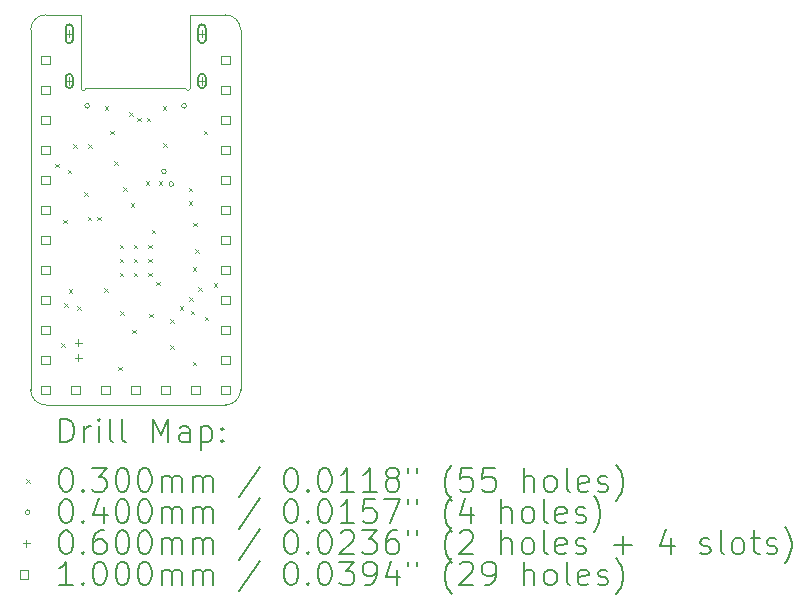
<source format=gbr>
%TF.GenerationSoftware,KiCad,Pcbnew,(6.0.8)*%
%TF.CreationDate,2022-11-23T03:17:44-08:00*%
%TF.ProjectId,0xB2,30784232-2e6b-4696-9361-645f70636258,2*%
%TF.SameCoordinates,Original*%
%TF.FileFunction,Drillmap*%
%TF.FilePolarity,Positive*%
%FSLAX45Y45*%
G04 Gerber Fmt 4.5, Leading zero omitted, Abs format (unit mm)*
G04 Created by KiCad (PCBNEW (6.0.8)) date 2022-11-23 03:17:44*
%MOMM*%
%LPD*%
G01*
G04 APERTURE LIST*
%ADD10C,0.100000*%
%ADD11C,0.200000*%
%ADD12C,0.030000*%
%ADD13C,0.040000*%
%ADD14C,0.060000*%
G04 APERTURE END LIST*
D10*
X14351000Y-10795000D02*
X14351000Y-7747000D01*
X15702000Y-8240000D02*
X15702000Y-7620000D01*
X16002000Y-10922000D02*
G75*
G03*
X16129000Y-10795000I0J127000D01*
G01*
X14778000Y-7620000D02*
X14778000Y-8240000D01*
X14351000Y-10795000D02*
G75*
G03*
X14478000Y-10922000I127000J0D01*
G01*
X15662000Y-8240000D02*
X14818000Y-8240000D01*
X14778000Y-8240000D02*
G75*
G03*
X14818000Y-8240000I20000J0D01*
G01*
X16129000Y-7747000D02*
X16129000Y-10795000D01*
X16002000Y-10922000D02*
X14478000Y-10922000D01*
X14478000Y-7620000D02*
X14778000Y-7620000D01*
X15702000Y-7620000D02*
X16002000Y-7620000D01*
X16129000Y-7747000D02*
G75*
G03*
X16002000Y-7620000I-127000J0D01*
G01*
X14478000Y-7620000D02*
G75*
G03*
X14351000Y-7747000I0J-127000D01*
G01*
X15662000Y-8240000D02*
G75*
G03*
X15702000Y-8240000I20000J0D01*
G01*
D11*
D12*
X14560000Y-8880000D02*
X14590000Y-8910000D01*
X14590000Y-8880000D02*
X14560000Y-8910000D01*
X14610000Y-10400000D02*
X14640000Y-10430000D01*
X14640000Y-10400000D02*
X14610000Y-10430000D01*
X14628950Y-9355000D02*
X14658950Y-9385000D01*
X14658950Y-9355000D02*
X14628950Y-9385000D01*
X14635000Y-10060000D02*
X14665000Y-10090000D01*
X14665000Y-10060000D02*
X14635000Y-10090000D01*
X14664632Y-8930000D02*
X14694632Y-8960000D01*
X14694632Y-8930000D02*
X14664632Y-8960000D01*
X14675000Y-9945000D02*
X14705000Y-9975000D01*
X14705000Y-9945000D02*
X14675000Y-9975000D01*
X14710000Y-8715000D02*
X14740000Y-8745000D01*
X14740000Y-8715000D02*
X14710000Y-8745000D01*
X14745000Y-10085000D02*
X14775000Y-10115000D01*
X14775000Y-10085000D02*
X14745000Y-10115000D01*
X14805000Y-9120000D02*
X14835000Y-9150000D01*
X14835000Y-9120000D02*
X14805000Y-9150000D01*
X14835000Y-9330000D02*
X14865000Y-9360000D01*
X14865000Y-9330000D02*
X14835000Y-9360000D01*
X14840000Y-8715000D02*
X14870000Y-8745000D01*
X14870000Y-8715000D02*
X14840000Y-8745000D01*
X14915000Y-9330000D02*
X14945000Y-9360000D01*
X14945000Y-9330000D02*
X14915000Y-9360000D01*
X14975000Y-9935000D02*
X15005000Y-9965000D01*
X15005000Y-9935000D02*
X14975000Y-9965000D01*
X14980000Y-8395000D02*
X15010000Y-8425000D01*
X15010000Y-8395000D02*
X14980000Y-8425000D01*
X15025000Y-8600000D02*
X15055000Y-8630000D01*
X15055000Y-8600000D02*
X15025000Y-8630000D01*
X15058000Y-8860000D02*
X15088000Y-8890000D01*
X15088000Y-8860000D02*
X15058000Y-8890000D01*
X15095000Y-10600000D02*
X15125000Y-10630000D01*
X15125000Y-10600000D02*
X15095000Y-10630000D01*
X15105000Y-9565000D02*
X15135000Y-9595000D01*
X15135000Y-9565000D02*
X15105000Y-9595000D01*
X15105000Y-9685000D02*
X15135000Y-9715000D01*
X15135000Y-9685000D02*
X15105000Y-9715000D01*
X15105000Y-9805000D02*
X15135000Y-9835000D01*
X15135000Y-9805000D02*
X15105000Y-9835000D01*
X15110000Y-10130000D02*
X15140000Y-10160000D01*
X15140000Y-10130000D02*
X15110000Y-10160000D01*
X15135000Y-9080000D02*
X15165000Y-9110000D01*
X15165000Y-9080000D02*
X15135000Y-9110000D01*
X15183856Y-8445050D02*
X15213856Y-8475050D01*
X15213856Y-8445050D02*
X15183856Y-8475050D01*
X15200000Y-9215000D02*
X15230000Y-9245000D01*
X15230000Y-9215000D02*
X15200000Y-9245000D01*
X15210000Y-10285000D02*
X15240000Y-10315000D01*
X15240000Y-10285000D02*
X15210000Y-10315000D01*
X15225000Y-9565000D02*
X15255000Y-9595000D01*
X15255000Y-9565000D02*
X15225000Y-9595000D01*
X15225000Y-9685000D02*
X15255000Y-9715000D01*
X15255000Y-9685000D02*
X15225000Y-9715000D01*
X15225000Y-9805000D02*
X15255000Y-9835000D01*
X15255000Y-9805000D02*
X15225000Y-9835000D01*
X15255000Y-8490000D02*
X15285000Y-8520000D01*
X15285000Y-8490000D02*
X15255000Y-8520000D01*
X15325000Y-9030000D02*
X15355000Y-9060000D01*
X15355000Y-9030000D02*
X15325000Y-9060000D01*
X15335000Y-8490000D02*
X15365000Y-8520000D01*
X15365000Y-8490000D02*
X15335000Y-8520000D01*
X15345000Y-9565000D02*
X15375000Y-9595000D01*
X15375000Y-9565000D02*
X15345000Y-9595000D01*
X15345000Y-9685000D02*
X15375000Y-9715000D01*
X15375000Y-9685000D02*
X15345000Y-9715000D01*
X15345000Y-9805000D02*
X15375000Y-9835000D01*
X15375000Y-9805000D02*
X15345000Y-9835000D01*
X15355000Y-10150000D02*
X15385000Y-10180000D01*
X15385000Y-10150000D02*
X15355000Y-10180000D01*
X15375000Y-9439048D02*
X15405000Y-9469048D01*
X15405000Y-9439048D02*
X15375000Y-9469048D01*
X15415000Y-9880000D02*
X15445000Y-9910000D01*
X15445000Y-9880000D02*
X15415000Y-9910000D01*
X15435000Y-9030000D02*
X15465000Y-9060000D01*
X15465000Y-9030000D02*
X15435000Y-9060000D01*
X15470000Y-8395000D02*
X15500000Y-8425000D01*
X15500000Y-8395000D02*
X15470000Y-8425000D01*
X15475000Y-8705000D02*
X15505000Y-8735000D01*
X15505000Y-8705000D02*
X15475000Y-8735000D01*
X15535000Y-10195000D02*
X15565000Y-10225000D01*
X15565000Y-10195000D02*
X15535000Y-10225000D01*
X15535000Y-10415000D02*
X15565000Y-10445000D01*
X15565000Y-10415000D02*
X15535000Y-10445000D01*
X15615000Y-10085000D02*
X15645000Y-10115000D01*
X15645000Y-10085000D02*
X15615000Y-10115000D01*
X15690000Y-9085000D02*
X15720000Y-9115000D01*
X15720000Y-9085000D02*
X15690000Y-9115000D01*
X15690000Y-9200000D02*
X15720000Y-9230000D01*
X15720000Y-9200000D02*
X15690000Y-9230000D01*
X15696050Y-10008473D02*
X15726050Y-10038473D01*
X15726050Y-10008473D02*
X15696050Y-10038473D01*
X15705000Y-10125000D02*
X15735000Y-10155000D01*
X15735000Y-10125000D02*
X15705000Y-10155000D01*
X15725000Y-9755000D02*
X15755000Y-9785000D01*
X15755000Y-9755000D02*
X15725000Y-9785000D01*
X15725000Y-10555000D02*
X15755000Y-10585000D01*
X15755000Y-10555000D02*
X15725000Y-10585000D01*
X15730000Y-9380000D02*
X15760000Y-9410000D01*
X15760000Y-9380000D02*
X15730000Y-9410000D01*
X15746050Y-9606000D02*
X15776050Y-9636000D01*
X15776050Y-9606000D02*
X15746050Y-9636000D01*
X15770000Y-9925000D02*
X15800000Y-9955000D01*
X15800000Y-9925000D02*
X15770000Y-9955000D01*
X15815000Y-8600000D02*
X15845000Y-8630000D01*
X15845000Y-8600000D02*
X15815000Y-8630000D01*
X15825000Y-10175000D02*
X15855000Y-10205000D01*
X15855000Y-10175000D02*
X15825000Y-10205000D01*
X15900000Y-9890000D02*
X15930000Y-9920000D01*
X15930000Y-9890000D02*
X15900000Y-9920000D01*
D13*
X14850000Y-8390000D02*
G75*
G03*
X14850000Y-8390000I-20000J0D01*
G01*
X15500000Y-8945000D02*
G75*
G03*
X15500000Y-8945000I-20000J0D01*
G01*
X15562000Y-9052450D02*
G75*
G03*
X15562000Y-9052450I-20000J0D01*
G01*
X15670000Y-8390000D02*
G75*
G03*
X15670000Y-8390000I-20000J0D01*
G01*
D14*
X14678000Y-7750000D02*
X14678000Y-7810000D01*
X14648000Y-7780000D02*
X14708000Y-7780000D01*
D11*
X14708000Y-7830000D02*
X14708000Y-7730000D01*
X14648000Y-7830000D02*
X14648000Y-7730000D01*
X14708000Y-7730000D02*
G75*
G03*
X14648000Y-7730000I-30000J0D01*
G01*
X14648000Y-7830000D02*
G75*
G03*
X14708000Y-7830000I30000J0D01*
G01*
D14*
X14678000Y-8150000D02*
X14678000Y-8210000D01*
X14648000Y-8180000D02*
X14708000Y-8180000D01*
D11*
X14708000Y-8210000D02*
X14708000Y-8150000D01*
X14648000Y-8210000D02*
X14648000Y-8150000D01*
X14708000Y-8150000D02*
G75*
G03*
X14648000Y-8150000I-30000J0D01*
G01*
X14648000Y-8210000D02*
G75*
G03*
X14708000Y-8210000I30000J0D01*
G01*
D14*
X14755000Y-10366500D02*
X14755000Y-10426500D01*
X14725000Y-10396500D02*
X14785000Y-10396500D01*
X14755000Y-10493500D02*
X14755000Y-10553500D01*
X14725000Y-10523500D02*
X14785000Y-10523500D01*
X15802000Y-7750000D02*
X15802000Y-7810000D01*
X15772000Y-7780000D02*
X15832000Y-7780000D01*
D11*
X15832000Y-7830000D02*
X15832000Y-7730000D01*
X15772000Y-7830000D02*
X15772000Y-7730000D01*
X15832000Y-7730000D02*
G75*
G03*
X15772000Y-7730000I-30000J0D01*
G01*
X15772000Y-7830000D02*
G75*
G03*
X15832000Y-7830000I30000J0D01*
G01*
D14*
X15802000Y-8150000D02*
X15802000Y-8210000D01*
X15772000Y-8180000D02*
X15832000Y-8180000D01*
D11*
X15832000Y-8210000D02*
X15832000Y-8150000D01*
X15772000Y-8210000D02*
X15772000Y-8150000D01*
X15832000Y-8150000D02*
G75*
G03*
X15772000Y-8150000I-30000J0D01*
G01*
X15772000Y-8210000D02*
G75*
G03*
X15832000Y-8210000I30000J0D01*
G01*
D10*
X14513356Y-8036356D02*
X14513356Y-7965644D01*
X14442644Y-7965644D01*
X14442644Y-8036356D01*
X14513356Y-8036356D01*
X14513356Y-8290356D02*
X14513356Y-8219644D01*
X14442644Y-8219644D01*
X14442644Y-8290356D01*
X14513356Y-8290356D01*
X14513356Y-8544356D02*
X14513356Y-8473644D01*
X14442644Y-8473644D01*
X14442644Y-8544356D01*
X14513356Y-8544356D01*
X14513356Y-8798356D02*
X14513356Y-8727644D01*
X14442644Y-8727644D01*
X14442644Y-8798356D01*
X14513356Y-8798356D01*
X14513356Y-9052356D02*
X14513356Y-8981644D01*
X14442644Y-8981644D01*
X14442644Y-9052356D01*
X14513356Y-9052356D01*
X14513356Y-9306356D02*
X14513356Y-9235644D01*
X14442644Y-9235644D01*
X14442644Y-9306356D01*
X14513356Y-9306356D01*
X14513356Y-9560356D02*
X14513356Y-9489644D01*
X14442644Y-9489644D01*
X14442644Y-9560356D01*
X14513356Y-9560356D01*
X14513356Y-9814356D02*
X14513356Y-9743644D01*
X14442644Y-9743644D01*
X14442644Y-9814356D01*
X14513356Y-9814356D01*
X14513356Y-10068356D02*
X14513356Y-9997644D01*
X14442644Y-9997644D01*
X14442644Y-10068356D01*
X14513356Y-10068356D01*
X14513356Y-10322356D02*
X14513356Y-10251644D01*
X14442644Y-10251644D01*
X14442644Y-10322356D01*
X14513356Y-10322356D01*
X14513356Y-10576356D02*
X14513356Y-10505644D01*
X14442644Y-10505644D01*
X14442644Y-10576356D01*
X14513356Y-10576356D01*
X14513356Y-10830356D02*
X14513356Y-10759644D01*
X14442644Y-10759644D01*
X14442644Y-10830356D01*
X14513356Y-10830356D01*
X14767356Y-10830356D02*
X14767356Y-10759644D01*
X14696644Y-10759644D01*
X14696644Y-10830356D01*
X14767356Y-10830356D01*
X15021356Y-10830356D02*
X15021356Y-10759644D01*
X14950644Y-10759644D01*
X14950644Y-10830356D01*
X15021356Y-10830356D01*
X15275356Y-10830356D02*
X15275356Y-10759644D01*
X15204644Y-10759644D01*
X15204644Y-10830356D01*
X15275356Y-10830356D01*
X15529356Y-10830356D02*
X15529356Y-10759644D01*
X15458644Y-10759644D01*
X15458644Y-10830356D01*
X15529356Y-10830356D01*
X15783356Y-10830356D02*
X15783356Y-10759644D01*
X15712644Y-10759644D01*
X15712644Y-10830356D01*
X15783356Y-10830356D01*
X16037356Y-8036356D02*
X16037356Y-7965644D01*
X15966644Y-7965644D01*
X15966644Y-8036356D01*
X16037356Y-8036356D01*
X16037356Y-8290356D02*
X16037356Y-8219644D01*
X15966644Y-8219644D01*
X15966644Y-8290356D01*
X16037356Y-8290356D01*
X16037356Y-8544356D02*
X16037356Y-8473644D01*
X15966644Y-8473644D01*
X15966644Y-8544356D01*
X16037356Y-8544356D01*
X16037356Y-8798356D02*
X16037356Y-8727644D01*
X15966644Y-8727644D01*
X15966644Y-8798356D01*
X16037356Y-8798356D01*
X16037356Y-9052356D02*
X16037356Y-8981644D01*
X15966644Y-8981644D01*
X15966644Y-9052356D01*
X16037356Y-9052356D01*
X16037356Y-9306356D02*
X16037356Y-9235644D01*
X15966644Y-9235644D01*
X15966644Y-9306356D01*
X16037356Y-9306356D01*
X16037356Y-9560356D02*
X16037356Y-9489644D01*
X15966644Y-9489644D01*
X15966644Y-9560356D01*
X16037356Y-9560356D01*
X16037356Y-9814356D02*
X16037356Y-9743644D01*
X15966644Y-9743644D01*
X15966644Y-9814356D01*
X16037356Y-9814356D01*
X16037356Y-10068356D02*
X16037356Y-9997644D01*
X15966644Y-9997644D01*
X15966644Y-10068356D01*
X16037356Y-10068356D01*
X16037356Y-10322356D02*
X16037356Y-10251644D01*
X15966644Y-10251644D01*
X15966644Y-10322356D01*
X16037356Y-10322356D01*
X16037356Y-10576356D02*
X16037356Y-10505644D01*
X15966644Y-10505644D01*
X15966644Y-10576356D01*
X16037356Y-10576356D01*
X16037356Y-10830356D02*
X16037356Y-10759644D01*
X15966644Y-10759644D01*
X15966644Y-10830356D01*
X16037356Y-10830356D01*
D11*
X14603619Y-11237476D02*
X14603619Y-11037476D01*
X14651238Y-11037476D01*
X14679809Y-11047000D01*
X14698857Y-11066048D01*
X14708381Y-11085095D01*
X14717905Y-11123190D01*
X14717905Y-11151762D01*
X14708381Y-11189857D01*
X14698857Y-11208905D01*
X14679809Y-11227952D01*
X14651238Y-11237476D01*
X14603619Y-11237476D01*
X14803619Y-11237476D02*
X14803619Y-11104143D01*
X14803619Y-11142238D02*
X14813143Y-11123190D01*
X14822667Y-11113667D01*
X14841714Y-11104143D01*
X14860762Y-11104143D01*
X14927428Y-11237476D02*
X14927428Y-11104143D01*
X14927428Y-11037476D02*
X14917905Y-11047000D01*
X14927428Y-11056524D01*
X14936952Y-11047000D01*
X14927428Y-11037476D01*
X14927428Y-11056524D01*
X15051238Y-11237476D02*
X15032190Y-11227952D01*
X15022667Y-11208905D01*
X15022667Y-11037476D01*
X15156000Y-11237476D02*
X15136952Y-11227952D01*
X15127428Y-11208905D01*
X15127428Y-11037476D01*
X15384571Y-11237476D02*
X15384571Y-11037476D01*
X15451238Y-11180333D01*
X15517905Y-11037476D01*
X15517905Y-11237476D01*
X15698857Y-11237476D02*
X15698857Y-11132714D01*
X15689333Y-11113667D01*
X15670286Y-11104143D01*
X15632190Y-11104143D01*
X15613143Y-11113667D01*
X15698857Y-11227952D02*
X15679809Y-11237476D01*
X15632190Y-11237476D01*
X15613143Y-11227952D01*
X15603619Y-11208905D01*
X15603619Y-11189857D01*
X15613143Y-11170810D01*
X15632190Y-11161286D01*
X15679809Y-11161286D01*
X15698857Y-11151762D01*
X15794095Y-11104143D02*
X15794095Y-11304143D01*
X15794095Y-11113667D02*
X15813143Y-11104143D01*
X15851238Y-11104143D01*
X15870286Y-11113667D01*
X15879809Y-11123190D01*
X15889333Y-11142238D01*
X15889333Y-11199381D01*
X15879809Y-11218428D01*
X15870286Y-11227952D01*
X15851238Y-11237476D01*
X15813143Y-11237476D01*
X15794095Y-11227952D01*
X15975048Y-11218428D02*
X15984571Y-11227952D01*
X15975048Y-11237476D01*
X15965524Y-11227952D01*
X15975048Y-11218428D01*
X15975048Y-11237476D01*
X15975048Y-11113667D02*
X15984571Y-11123190D01*
X15975048Y-11132714D01*
X15965524Y-11123190D01*
X15975048Y-11113667D01*
X15975048Y-11132714D01*
D12*
X14316000Y-11552000D02*
X14346000Y-11582000D01*
X14346000Y-11552000D02*
X14316000Y-11582000D01*
D11*
X14641714Y-11457476D02*
X14660762Y-11457476D01*
X14679809Y-11467000D01*
X14689333Y-11476524D01*
X14698857Y-11495571D01*
X14708381Y-11533667D01*
X14708381Y-11581286D01*
X14698857Y-11619381D01*
X14689333Y-11638428D01*
X14679809Y-11647952D01*
X14660762Y-11657476D01*
X14641714Y-11657476D01*
X14622667Y-11647952D01*
X14613143Y-11638428D01*
X14603619Y-11619381D01*
X14594095Y-11581286D01*
X14594095Y-11533667D01*
X14603619Y-11495571D01*
X14613143Y-11476524D01*
X14622667Y-11467000D01*
X14641714Y-11457476D01*
X14794095Y-11638428D02*
X14803619Y-11647952D01*
X14794095Y-11657476D01*
X14784571Y-11647952D01*
X14794095Y-11638428D01*
X14794095Y-11657476D01*
X14870286Y-11457476D02*
X14994095Y-11457476D01*
X14927428Y-11533667D01*
X14956000Y-11533667D01*
X14975048Y-11543190D01*
X14984571Y-11552714D01*
X14994095Y-11571762D01*
X14994095Y-11619381D01*
X14984571Y-11638428D01*
X14975048Y-11647952D01*
X14956000Y-11657476D01*
X14898857Y-11657476D01*
X14879809Y-11647952D01*
X14870286Y-11638428D01*
X15117905Y-11457476D02*
X15136952Y-11457476D01*
X15156000Y-11467000D01*
X15165524Y-11476524D01*
X15175048Y-11495571D01*
X15184571Y-11533667D01*
X15184571Y-11581286D01*
X15175048Y-11619381D01*
X15165524Y-11638428D01*
X15156000Y-11647952D01*
X15136952Y-11657476D01*
X15117905Y-11657476D01*
X15098857Y-11647952D01*
X15089333Y-11638428D01*
X15079809Y-11619381D01*
X15070286Y-11581286D01*
X15070286Y-11533667D01*
X15079809Y-11495571D01*
X15089333Y-11476524D01*
X15098857Y-11467000D01*
X15117905Y-11457476D01*
X15308381Y-11457476D02*
X15327428Y-11457476D01*
X15346476Y-11467000D01*
X15356000Y-11476524D01*
X15365524Y-11495571D01*
X15375048Y-11533667D01*
X15375048Y-11581286D01*
X15365524Y-11619381D01*
X15356000Y-11638428D01*
X15346476Y-11647952D01*
X15327428Y-11657476D01*
X15308381Y-11657476D01*
X15289333Y-11647952D01*
X15279809Y-11638428D01*
X15270286Y-11619381D01*
X15260762Y-11581286D01*
X15260762Y-11533667D01*
X15270286Y-11495571D01*
X15279809Y-11476524D01*
X15289333Y-11467000D01*
X15308381Y-11457476D01*
X15460762Y-11657476D02*
X15460762Y-11524143D01*
X15460762Y-11543190D02*
X15470286Y-11533667D01*
X15489333Y-11524143D01*
X15517905Y-11524143D01*
X15536952Y-11533667D01*
X15546476Y-11552714D01*
X15546476Y-11657476D01*
X15546476Y-11552714D02*
X15556000Y-11533667D01*
X15575048Y-11524143D01*
X15603619Y-11524143D01*
X15622667Y-11533667D01*
X15632190Y-11552714D01*
X15632190Y-11657476D01*
X15727428Y-11657476D02*
X15727428Y-11524143D01*
X15727428Y-11543190D02*
X15736952Y-11533667D01*
X15756000Y-11524143D01*
X15784571Y-11524143D01*
X15803619Y-11533667D01*
X15813143Y-11552714D01*
X15813143Y-11657476D01*
X15813143Y-11552714D02*
X15822667Y-11533667D01*
X15841714Y-11524143D01*
X15870286Y-11524143D01*
X15889333Y-11533667D01*
X15898857Y-11552714D01*
X15898857Y-11657476D01*
X16289333Y-11447952D02*
X16117905Y-11705095D01*
X16546476Y-11457476D02*
X16565524Y-11457476D01*
X16584571Y-11467000D01*
X16594095Y-11476524D01*
X16603619Y-11495571D01*
X16613143Y-11533667D01*
X16613143Y-11581286D01*
X16603619Y-11619381D01*
X16594095Y-11638428D01*
X16584571Y-11647952D01*
X16565524Y-11657476D01*
X16546476Y-11657476D01*
X16527428Y-11647952D01*
X16517905Y-11638428D01*
X16508381Y-11619381D01*
X16498857Y-11581286D01*
X16498857Y-11533667D01*
X16508381Y-11495571D01*
X16517905Y-11476524D01*
X16527428Y-11467000D01*
X16546476Y-11457476D01*
X16698857Y-11638428D02*
X16708381Y-11647952D01*
X16698857Y-11657476D01*
X16689333Y-11647952D01*
X16698857Y-11638428D01*
X16698857Y-11657476D01*
X16832190Y-11457476D02*
X16851238Y-11457476D01*
X16870286Y-11467000D01*
X16879810Y-11476524D01*
X16889333Y-11495571D01*
X16898857Y-11533667D01*
X16898857Y-11581286D01*
X16889333Y-11619381D01*
X16879810Y-11638428D01*
X16870286Y-11647952D01*
X16851238Y-11657476D01*
X16832190Y-11657476D01*
X16813143Y-11647952D01*
X16803619Y-11638428D01*
X16794095Y-11619381D01*
X16784571Y-11581286D01*
X16784571Y-11533667D01*
X16794095Y-11495571D01*
X16803619Y-11476524D01*
X16813143Y-11467000D01*
X16832190Y-11457476D01*
X17089333Y-11657476D02*
X16975048Y-11657476D01*
X17032190Y-11657476D02*
X17032190Y-11457476D01*
X17013143Y-11486048D01*
X16994095Y-11505095D01*
X16975048Y-11514619D01*
X17279810Y-11657476D02*
X17165524Y-11657476D01*
X17222667Y-11657476D02*
X17222667Y-11457476D01*
X17203619Y-11486048D01*
X17184571Y-11505095D01*
X17165524Y-11514619D01*
X17394095Y-11543190D02*
X17375048Y-11533667D01*
X17365524Y-11524143D01*
X17356000Y-11505095D01*
X17356000Y-11495571D01*
X17365524Y-11476524D01*
X17375048Y-11467000D01*
X17394095Y-11457476D01*
X17432190Y-11457476D01*
X17451238Y-11467000D01*
X17460762Y-11476524D01*
X17470286Y-11495571D01*
X17470286Y-11505095D01*
X17460762Y-11524143D01*
X17451238Y-11533667D01*
X17432190Y-11543190D01*
X17394095Y-11543190D01*
X17375048Y-11552714D01*
X17365524Y-11562238D01*
X17356000Y-11581286D01*
X17356000Y-11619381D01*
X17365524Y-11638428D01*
X17375048Y-11647952D01*
X17394095Y-11657476D01*
X17432190Y-11657476D01*
X17451238Y-11647952D01*
X17460762Y-11638428D01*
X17470286Y-11619381D01*
X17470286Y-11581286D01*
X17460762Y-11562238D01*
X17451238Y-11552714D01*
X17432190Y-11543190D01*
X17546476Y-11457476D02*
X17546476Y-11495571D01*
X17622667Y-11457476D02*
X17622667Y-11495571D01*
X17917905Y-11733667D02*
X17908381Y-11724143D01*
X17889333Y-11695571D01*
X17879810Y-11676524D01*
X17870286Y-11647952D01*
X17860762Y-11600333D01*
X17860762Y-11562238D01*
X17870286Y-11514619D01*
X17879810Y-11486048D01*
X17889333Y-11467000D01*
X17908381Y-11438428D01*
X17917905Y-11428905D01*
X18089333Y-11457476D02*
X17994095Y-11457476D01*
X17984571Y-11552714D01*
X17994095Y-11543190D01*
X18013143Y-11533667D01*
X18060762Y-11533667D01*
X18079810Y-11543190D01*
X18089333Y-11552714D01*
X18098857Y-11571762D01*
X18098857Y-11619381D01*
X18089333Y-11638428D01*
X18079810Y-11647952D01*
X18060762Y-11657476D01*
X18013143Y-11657476D01*
X17994095Y-11647952D01*
X17984571Y-11638428D01*
X18279810Y-11457476D02*
X18184571Y-11457476D01*
X18175048Y-11552714D01*
X18184571Y-11543190D01*
X18203619Y-11533667D01*
X18251238Y-11533667D01*
X18270286Y-11543190D01*
X18279810Y-11552714D01*
X18289333Y-11571762D01*
X18289333Y-11619381D01*
X18279810Y-11638428D01*
X18270286Y-11647952D01*
X18251238Y-11657476D01*
X18203619Y-11657476D01*
X18184571Y-11647952D01*
X18175048Y-11638428D01*
X18527429Y-11657476D02*
X18527429Y-11457476D01*
X18613143Y-11657476D02*
X18613143Y-11552714D01*
X18603619Y-11533667D01*
X18584571Y-11524143D01*
X18556000Y-11524143D01*
X18536952Y-11533667D01*
X18527429Y-11543190D01*
X18736952Y-11657476D02*
X18717905Y-11647952D01*
X18708381Y-11638428D01*
X18698857Y-11619381D01*
X18698857Y-11562238D01*
X18708381Y-11543190D01*
X18717905Y-11533667D01*
X18736952Y-11524143D01*
X18765524Y-11524143D01*
X18784571Y-11533667D01*
X18794095Y-11543190D01*
X18803619Y-11562238D01*
X18803619Y-11619381D01*
X18794095Y-11638428D01*
X18784571Y-11647952D01*
X18765524Y-11657476D01*
X18736952Y-11657476D01*
X18917905Y-11657476D02*
X18898857Y-11647952D01*
X18889333Y-11628905D01*
X18889333Y-11457476D01*
X19070286Y-11647952D02*
X19051238Y-11657476D01*
X19013143Y-11657476D01*
X18994095Y-11647952D01*
X18984571Y-11628905D01*
X18984571Y-11552714D01*
X18994095Y-11533667D01*
X19013143Y-11524143D01*
X19051238Y-11524143D01*
X19070286Y-11533667D01*
X19079810Y-11552714D01*
X19079810Y-11571762D01*
X18984571Y-11590809D01*
X19156000Y-11647952D02*
X19175048Y-11657476D01*
X19213143Y-11657476D01*
X19232190Y-11647952D01*
X19241714Y-11628905D01*
X19241714Y-11619381D01*
X19232190Y-11600333D01*
X19213143Y-11590809D01*
X19184571Y-11590809D01*
X19165524Y-11581286D01*
X19156000Y-11562238D01*
X19156000Y-11552714D01*
X19165524Y-11533667D01*
X19184571Y-11524143D01*
X19213143Y-11524143D01*
X19232190Y-11533667D01*
X19308381Y-11733667D02*
X19317905Y-11724143D01*
X19336952Y-11695571D01*
X19346476Y-11676524D01*
X19356000Y-11647952D01*
X19365524Y-11600333D01*
X19365524Y-11562238D01*
X19356000Y-11514619D01*
X19346476Y-11486048D01*
X19336952Y-11467000D01*
X19317905Y-11438428D01*
X19308381Y-11428905D01*
D13*
X14346000Y-11831000D02*
G75*
G03*
X14346000Y-11831000I-20000J0D01*
G01*
D11*
X14641714Y-11721476D02*
X14660762Y-11721476D01*
X14679809Y-11731000D01*
X14689333Y-11740524D01*
X14698857Y-11759571D01*
X14708381Y-11797667D01*
X14708381Y-11845286D01*
X14698857Y-11883381D01*
X14689333Y-11902428D01*
X14679809Y-11911952D01*
X14660762Y-11921476D01*
X14641714Y-11921476D01*
X14622667Y-11911952D01*
X14613143Y-11902428D01*
X14603619Y-11883381D01*
X14594095Y-11845286D01*
X14594095Y-11797667D01*
X14603619Y-11759571D01*
X14613143Y-11740524D01*
X14622667Y-11731000D01*
X14641714Y-11721476D01*
X14794095Y-11902428D02*
X14803619Y-11911952D01*
X14794095Y-11921476D01*
X14784571Y-11911952D01*
X14794095Y-11902428D01*
X14794095Y-11921476D01*
X14975048Y-11788143D02*
X14975048Y-11921476D01*
X14927428Y-11711952D02*
X14879809Y-11854809D01*
X15003619Y-11854809D01*
X15117905Y-11721476D02*
X15136952Y-11721476D01*
X15156000Y-11731000D01*
X15165524Y-11740524D01*
X15175048Y-11759571D01*
X15184571Y-11797667D01*
X15184571Y-11845286D01*
X15175048Y-11883381D01*
X15165524Y-11902428D01*
X15156000Y-11911952D01*
X15136952Y-11921476D01*
X15117905Y-11921476D01*
X15098857Y-11911952D01*
X15089333Y-11902428D01*
X15079809Y-11883381D01*
X15070286Y-11845286D01*
X15070286Y-11797667D01*
X15079809Y-11759571D01*
X15089333Y-11740524D01*
X15098857Y-11731000D01*
X15117905Y-11721476D01*
X15308381Y-11721476D02*
X15327428Y-11721476D01*
X15346476Y-11731000D01*
X15356000Y-11740524D01*
X15365524Y-11759571D01*
X15375048Y-11797667D01*
X15375048Y-11845286D01*
X15365524Y-11883381D01*
X15356000Y-11902428D01*
X15346476Y-11911952D01*
X15327428Y-11921476D01*
X15308381Y-11921476D01*
X15289333Y-11911952D01*
X15279809Y-11902428D01*
X15270286Y-11883381D01*
X15260762Y-11845286D01*
X15260762Y-11797667D01*
X15270286Y-11759571D01*
X15279809Y-11740524D01*
X15289333Y-11731000D01*
X15308381Y-11721476D01*
X15460762Y-11921476D02*
X15460762Y-11788143D01*
X15460762Y-11807190D02*
X15470286Y-11797667D01*
X15489333Y-11788143D01*
X15517905Y-11788143D01*
X15536952Y-11797667D01*
X15546476Y-11816714D01*
X15546476Y-11921476D01*
X15546476Y-11816714D02*
X15556000Y-11797667D01*
X15575048Y-11788143D01*
X15603619Y-11788143D01*
X15622667Y-11797667D01*
X15632190Y-11816714D01*
X15632190Y-11921476D01*
X15727428Y-11921476D02*
X15727428Y-11788143D01*
X15727428Y-11807190D02*
X15736952Y-11797667D01*
X15756000Y-11788143D01*
X15784571Y-11788143D01*
X15803619Y-11797667D01*
X15813143Y-11816714D01*
X15813143Y-11921476D01*
X15813143Y-11816714D02*
X15822667Y-11797667D01*
X15841714Y-11788143D01*
X15870286Y-11788143D01*
X15889333Y-11797667D01*
X15898857Y-11816714D01*
X15898857Y-11921476D01*
X16289333Y-11711952D02*
X16117905Y-11969095D01*
X16546476Y-11721476D02*
X16565524Y-11721476D01*
X16584571Y-11731000D01*
X16594095Y-11740524D01*
X16603619Y-11759571D01*
X16613143Y-11797667D01*
X16613143Y-11845286D01*
X16603619Y-11883381D01*
X16594095Y-11902428D01*
X16584571Y-11911952D01*
X16565524Y-11921476D01*
X16546476Y-11921476D01*
X16527428Y-11911952D01*
X16517905Y-11902428D01*
X16508381Y-11883381D01*
X16498857Y-11845286D01*
X16498857Y-11797667D01*
X16508381Y-11759571D01*
X16517905Y-11740524D01*
X16527428Y-11731000D01*
X16546476Y-11721476D01*
X16698857Y-11902428D02*
X16708381Y-11911952D01*
X16698857Y-11921476D01*
X16689333Y-11911952D01*
X16698857Y-11902428D01*
X16698857Y-11921476D01*
X16832190Y-11721476D02*
X16851238Y-11721476D01*
X16870286Y-11731000D01*
X16879810Y-11740524D01*
X16889333Y-11759571D01*
X16898857Y-11797667D01*
X16898857Y-11845286D01*
X16889333Y-11883381D01*
X16879810Y-11902428D01*
X16870286Y-11911952D01*
X16851238Y-11921476D01*
X16832190Y-11921476D01*
X16813143Y-11911952D01*
X16803619Y-11902428D01*
X16794095Y-11883381D01*
X16784571Y-11845286D01*
X16784571Y-11797667D01*
X16794095Y-11759571D01*
X16803619Y-11740524D01*
X16813143Y-11731000D01*
X16832190Y-11721476D01*
X17089333Y-11921476D02*
X16975048Y-11921476D01*
X17032190Y-11921476D02*
X17032190Y-11721476D01*
X17013143Y-11750048D01*
X16994095Y-11769095D01*
X16975048Y-11778619D01*
X17270286Y-11721476D02*
X17175048Y-11721476D01*
X17165524Y-11816714D01*
X17175048Y-11807190D01*
X17194095Y-11797667D01*
X17241714Y-11797667D01*
X17260762Y-11807190D01*
X17270286Y-11816714D01*
X17279810Y-11835762D01*
X17279810Y-11883381D01*
X17270286Y-11902428D01*
X17260762Y-11911952D01*
X17241714Y-11921476D01*
X17194095Y-11921476D01*
X17175048Y-11911952D01*
X17165524Y-11902428D01*
X17346476Y-11721476D02*
X17479810Y-11721476D01*
X17394095Y-11921476D01*
X17546476Y-11721476D02*
X17546476Y-11759571D01*
X17622667Y-11721476D02*
X17622667Y-11759571D01*
X17917905Y-11997667D02*
X17908381Y-11988143D01*
X17889333Y-11959571D01*
X17879810Y-11940524D01*
X17870286Y-11911952D01*
X17860762Y-11864333D01*
X17860762Y-11826238D01*
X17870286Y-11778619D01*
X17879810Y-11750048D01*
X17889333Y-11731000D01*
X17908381Y-11702428D01*
X17917905Y-11692905D01*
X18079810Y-11788143D02*
X18079810Y-11921476D01*
X18032190Y-11711952D02*
X17984571Y-11854809D01*
X18108381Y-11854809D01*
X18336952Y-11921476D02*
X18336952Y-11721476D01*
X18422667Y-11921476D02*
X18422667Y-11816714D01*
X18413143Y-11797667D01*
X18394095Y-11788143D01*
X18365524Y-11788143D01*
X18346476Y-11797667D01*
X18336952Y-11807190D01*
X18546476Y-11921476D02*
X18527429Y-11911952D01*
X18517905Y-11902428D01*
X18508381Y-11883381D01*
X18508381Y-11826238D01*
X18517905Y-11807190D01*
X18527429Y-11797667D01*
X18546476Y-11788143D01*
X18575048Y-11788143D01*
X18594095Y-11797667D01*
X18603619Y-11807190D01*
X18613143Y-11826238D01*
X18613143Y-11883381D01*
X18603619Y-11902428D01*
X18594095Y-11911952D01*
X18575048Y-11921476D01*
X18546476Y-11921476D01*
X18727429Y-11921476D02*
X18708381Y-11911952D01*
X18698857Y-11892905D01*
X18698857Y-11721476D01*
X18879810Y-11911952D02*
X18860762Y-11921476D01*
X18822667Y-11921476D01*
X18803619Y-11911952D01*
X18794095Y-11892905D01*
X18794095Y-11816714D01*
X18803619Y-11797667D01*
X18822667Y-11788143D01*
X18860762Y-11788143D01*
X18879810Y-11797667D01*
X18889333Y-11816714D01*
X18889333Y-11835762D01*
X18794095Y-11854809D01*
X18965524Y-11911952D02*
X18984571Y-11921476D01*
X19022667Y-11921476D01*
X19041714Y-11911952D01*
X19051238Y-11892905D01*
X19051238Y-11883381D01*
X19041714Y-11864333D01*
X19022667Y-11854809D01*
X18994095Y-11854809D01*
X18975048Y-11845286D01*
X18965524Y-11826238D01*
X18965524Y-11816714D01*
X18975048Y-11797667D01*
X18994095Y-11788143D01*
X19022667Y-11788143D01*
X19041714Y-11797667D01*
X19117905Y-11997667D02*
X19127429Y-11988143D01*
X19146476Y-11959571D01*
X19156000Y-11940524D01*
X19165524Y-11911952D01*
X19175048Y-11864333D01*
X19175048Y-11826238D01*
X19165524Y-11778619D01*
X19156000Y-11750048D01*
X19146476Y-11731000D01*
X19127429Y-11702428D01*
X19117905Y-11692905D01*
D14*
X14316000Y-12065000D02*
X14316000Y-12125000D01*
X14286000Y-12095000D02*
X14346000Y-12095000D01*
D11*
X14641714Y-11985476D02*
X14660762Y-11985476D01*
X14679809Y-11995000D01*
X14689333Y-12004524D01*
X14698857Y-12023571D01*
X14708381Y-12061667D01*
X14708381Y-12109286D01*
X14698857Y-12147381D01*
X14689333Y-12166428D01*
X14679809Y-12175952D01*
X14660762Y-12185476D01*
X14641714Y-12185476D01*
X14622667Y-12175952D01*
X14613143Y-12166428D01*
X14603619Y-12147381D01*
X14594095Y-12109286D01*
X14594095Y-12061667D01*
X14603619Y-12023571D01*
X14613143Y-12004524D01*
X14622667Y-11995000D01*
X14641714Y-11985476D01*
X14794095Y-12166428D02*
X14803619Y-12175952D01*
X14794095Y-12185476D01*
X14784571Y-12175952D01*
X14794095Y-12166428D01*
X14794095Y-12185476D01*
X14975048Y-11985476D02*
X14936952Y-11985476D01*
X14917905Y-11995000D01*
X14908381Y-12004524D01*
X14889333Y-12033095D01*
X14879809Y-12071190D01*
X14879809Y-12147381D01*
X14889333Y-12166428D01*
X14898857Y-12175952D01*
X14917905Y-12185476D01*
X14956000Y-12185476D01*
X14975048Y-12175952D01*
X14984571Y-12166428D01*
X14994095Y-12147381D01*
X14994095Y-12099762D01*
X14984571Y-12080714D01*
X14975048Y-12071190D01*
X14956000Y-12061667D01*
X14917905Y-12061667D01*
X14898857Y-12071190D01*
X14889333Y-12080714D01*
X14879809Y-12099762D01*
X15117905Y-11985476D02*
X15136952Y-11985476D01*
X15156000Y-11995000D01*
X15165524Y-12004524D01*
X15175048Y-12023571D01*
X15184571Y-12061667D01*
X15184571Y-12109286D01*
X15175048Y-12147381D01*
X15165524Y-12166428D01*
X15156000Y-12175952D01*
X15136952Y-12185476D01*
X15117905Y-12185476D01*
X15098857Y-12175952D01*
X15089333Y-12166428D01*
X15079809Y-12147381D01*
X15070286Y-12109286D01*
X15070286Y-12061667D01*
X15079809Y-12023571D01*
X15089333Y-12004524D01*
X15098857Y-11995000D01*
X15117905Y-11985476D01*
X15308381Y-11985476D02*
X15327428Y-11985476D01*
X15346476Y-11995000D01*
X15356000Y-12004524D01*
X15365524Y-12023571D01*
X15375048Y-12061667D01*
X15375048Y-12109286D01*
X15365524Y-12147381D01*
X15356000Y-12166428D01*
X15346476Y-12175952D01*
X15327428Y-12185476D01*
X15308381Y-12185476D01*
X15289333Y-12175952D01*
X15279809Y-12166428D01*
X15270286Y-12147381D01*
X15260762Y-12109286D01*
X15260762Y-12061667D01*
X15270286Y-12023571D01*
X15279809Y-12004524D01*
X15289333Y-11995000D01*
X15308381Y-11985476D01*
X15460762Y-12185476D02*
X15460762Y-12052143D01*
X15460762Y-12071190D02*
X15470286Y-12061667D01*
X15489333Y-12052143D01*
X15517905Y-12052143D01*
X15536952Y-12061667D01*
X15546476Y-12080714D01*
X15546476Y-12185476D01*
X15546476Y-12080714D02*
X15556000Y-12061667D01*
X15575048Y-12052143D01*
X15603619Y-12052143D01*
X15622667Y-12061667D01*
X15632190Y-12080714D01*
X15632190Y-12185476D01*
X15727428Y-12185476D02*
X15727428Y-12052143D01*
X15727428Y-12071190D02*
X15736952Y-12061667D01*
X15756000Y-12052143D01*
X15784571Y-12052143D01*
X15803619Y-12061667D01*
X15813143Y-12080714D01*
X15813143Y-12185476D01*
X15813143Y-12080714D02*
X15822667Y-12061667D01*
X15841714Y-12052143D01*
X15870286Y-12052143D01*
X15889333Y-12061667D01*
X15898857Y-12080714D01*
X15898857Y-12185476D01*
X16289333Y-11975952D02*
X16117905Y-12233095D01*
X16546476Y-11985476D02*
X16565524Y-11985476D01*
X16584571Y-11995000D01*
X16594095Y-12004524D01*
X16603619Y-12023571D01*
X16613143Y-12061667D01*
X16613143Y-12109286D01*
X16603619Y-12147381D01*
X16594095Y-12166428D01*
X16584571Y-12175952D01*
X16565524Y-12185476D01*
X16546476Y-12185476D01*
X16527428Y-12175952D01*
X16517905Y-12166428D01*
X16508381Y-12147381D01*
X16498857Y-12109286D01*
X16498857Y-12061667D01*
X16508381Y-12023571D01*
X16517905Y-12004524D01*
X16527428Y-11995000D01*
X16546476Y-11985476D01*
X16698857Y-12166428D02*
X16708381Y-12175952D01*
X16698857Y-12185476D01*
X16689333Y-12175952D01*
X16698857Y-12166428D01*
X16698857Y-12185476D01*
X16832190Y-11985476D02*
X16851238Y-11985476D01*
X16870286Y-11995000D01*
X16879810Y-12004524D01*
X16889333Y-12023571D01*
X16898857Y-12061667D01*
X16898857Y-12109286D01*
X16889333Y-12147381D01*
X16879810Y-12166428D01*
X16870286Y-12175952D01*
X16851238Y-12185476D01*
X16832190Y-12185476D01*
X16813143Y-12175952D01*
X16803619Y-12166428D01*
X16794095Y-12147381D01*
X16784571Y-12109286D01*
X16784571Y-12061667D01*
X16794095Y-12023571D01*
X16803619Y-12004524D01*
X16813143Y-11995000D01*
X16832190Y-11985476D01*
X16975048Y-12004524D02*
X16984571Y-11995000D01*
X17003619Y-11985476D01*
X17051238Y-11985476D01*
X17070286Y-11995000D01*
X17079810Y-12004524D01*
X17089333Y-12023571D01*
X17089333Y-12042619D01*
X17079810Y-12071190D01*
X16965524Y-12185476D01*
X17089333Y-12185476D01*
X17156000Y-11985476D02*
X17279810Y-11985476D01*
X17213143Y-12061667D01*
X17241714Y-12061667D01*
X17260762Y-12071190D01*
X17270286Y-12080714D01*
X17279810Y-12099762D01*
X17279810Y-12147381D01*
X17270286Y-12166428D01*
X17260762Y-12175952D01*
X17241714Y-12185476D01*
X17184571Y-12185476D01*
X17165524Y-12175952D01*
X17156000Y-12166428D01*
X17451238Y-11985476D02*
X17413143Y-11985476D01*
X17394095Y-11995000D01*
X17384571Y-12004524D01*
X17365524Y-12033095D01*
X17356000Y-12071190D01*
X17356000Y-12147381D01*
X17365524Y-12166428D01*
X17375048Y-12175952D01*
X17394095Y-12185476D01*
X17432190Y-12185476D01*
X17451238Y-12175952D01*
X17460762Y-12166428D01*
X17470286Y-12147381D01*
X17470286Y-12099762D01*
X17460762Y-12080714D01*
X17451238Y-12071190D01*
X17432190Y-12061667D01*
X17394095Y-12061667D01*
X17375048Y-12071190D01*
X17365524Y-12080714D01*
X17356000Y-12099762D01*
X17546476Y-11985476D02*
X17546476Y-12023571D01*
X17622667Y-11985476D02*
X17622667Y-12023571D01*
X17917905Y-12261667D02*
X17908381Y-12252143D01*
X17889333Y-12223571D01*
X17879810Y-12204524D01*
X17870286Y-12175952D01*
X17860762Y-12128333D01*
X17860762Y-12090238D01*
X17870286Y-12042619D01*
X17879810Y-12014048D01*
X17889333Y-11995000D01*
X17908381Y-11966428D01*
X17917905Y-11956905D01*
X17984571Y-12004524D02*
X17994095Y-11995000D01*
X18013143Y-11985476D01*
X18060762Y-11985476D01*
X18079810Y-11995000D01*
X18089333Y-12004524D01*
X18098857Y-12023571D01*
X18098857Y-12042619D01*
X18089333Y-12071190D01*
X17975048Y-12185476D01*
X18098857Y-12185476D01*
X18336952Y-12185476D02*
X18336952Y-11985476D01*
X18422667Y-12185476D02*
X18422667Y-12080714D01*
X18413143Y-12061667D01*
X18394095Y-12052143D01*
X18365524Y-12052143D01*
X18346476Y-12061667D01*
X18336952Y-12071190D01*
X18546476Y-12185476D02*
X18527429Y-12175952D01*
X18517905Y-12166428D01*
X18508381Y-12147381D01*
X18508381Y-12090238D01*
X18517905Y-12071190D01*
X18527429Y-12061667D01*
X18546476Y-12052143D01*
X18575048Y-12052143D01*
X18594095Y-12061667D01*
X18603619Y-12071190D01*
X18613143Y-12090238D01*
X18613143Y-12147381D01*
X18603619Y-12166428D01*
X18594095Y-12175952D01*
X18575048Y-12185476D01*
X18546476Y-12185476D01*
X18727429Y-12185476D02*
X18708381Y-12175952D01*
X18698857Y-12156905D01*
X18698857Y-11985476D01*
X18879810Y-12175952D02*
X18860762Y-12185476D01*
X18822667Y-12185476D01*
X18803619Y-12175952D01*
X18794095Y-12156905D01*
X18794095Y-12080714D01*
X18803619Y-12061667D01*
X18822667Y-12052143D01*
X18860762Y-12052143D01*
X18879810Y-12061667D01*
X18889333Y-12080714D01*
X18889333Y-12099762D01*
X18794095Y-12118809D01*
X18965524Y-12175952D02*
X18984571Y-12185476D01*
X19022667Y-12185476D01*
X19041714Y-12175952D01*
X19051238Y-12156905D01*
X19051238Y-12147381D01*
X19041714Y-12128333D01*
X19022667Y-12118809D01*
X18994095Y-12118809D01*
X18975048Y-12109286D01*
X18965524Y-12090238D01*
X18965524Y-12080714D01*
X18975048Y-12061667D01*
X18994095Y-12052143D01*
X19022667Y-12052143D01*
X19041714Y-12061667D01*
X19289333Y-12109286D02*
X19441714Y-12109286D01*
X19365524Y-12185476D02*
X19365524Y-12033095D01*
X19775048Y-12052143D02*
X19775048Y-12185476D01*
X19727429Y-11975952D02*
X19679810Y-12118809D01*
X19803619Y-12118809D01*
X20022667Y-12175952D02*
X20041714Y-12185476D01*
X20079810Y-12185476D01*
X20098857Y-12175952D01*
X20108381Y-12156905D01*
X20108381Y-12147381D01*
X20098857Y-12128333D01*
X20079810Y-12118809D01*
X20051238Y-12118809D01*
X20032190Y-12109286D01*
X20022667Y-12090238D01*
X20022667Y-12080714D01*
X20032190Y-12061667D01*
X20051238Y-12052143D01*
X20079810Y-12052143D01*
X20098857Y-12061667D01*
X20222667Y-12185476D02*
X20203619Y-12175952D01*
X20194095Y-12156905D01*
X20194095Y-11985476D01*
X20327429Y-12185476D02*
X20308381Y-12175952D01*
X20298857Y-12166428D01*
X20289333Y-12147381D01*
X20289333Y-12090238D01*
X20298857Y-12071190D01*
X20308381Y-12061667D01*
X20327429Y-12052143D01*
X20356000Y-12052143D01*
X20375048Y-12061667D01*
X20384571Y-12071190D01*
X20394095Y-12090238D01*
X20394095Y-12147381D01*
X20384571Y-12166428D01*
X20375048Y-12175952D01*
X20356000Y-12185476D01*
X20327429Y-12185476D01*
X20451238Y-12052143D02*
X20527429Y-12052143D01*
X20479810Y-11985476D02*
X20479810Y-12156905D01*
X20489333Y-12175952D01*
X20508381Y-12185476D01*
X20527429Y-12185476D01*
X20584571Y-12175952D02*
X20603619Y-12185476D01*
X20641714Y-12185476D01*
X20660762Y-12175952D01*
X20670286Y-12156905D01*
X20670286Y-12147381D01*
X20660762Y-12128333D01*
X20641714Y-12118809D01*
X20613143Y-12118809D01*
X20594095Y-12109286D01*
X20584571Y-12090238D01*
X20584571Y-12080714D01*
X20594095Y-12061667D01*
X20613143Y-12052143D01*
X20641714Y-12052143D01*
X20660762Y-12061667D01*
X20736952Y-12261667D02*
X20746476Y-12252143D01*
X20765524Y-12223571D01*
X20775048Y-12204524D01*
X20784571Y-12175952D01*
X20794095Y-12128333D01*
X20794095Y-12090238D01*
X20784571Y-12042619D01*
X20775048Y-12014048D01*
X20765524Y-11995000D01*
X20746476Y-11966428D01*
X20736952Y-11956905D01*
D10*
X14331356Y-12394356D02*
X14331356Y-12323644D01*
X14260644Y-12323644D01*
X14260644Y-12394356D01*
X14331356Y-12394356D01*
D11*
X14708381Y-12449476D02*
X14594095Y-12449476D01*
X14651238Y-12449476D02*
X14651238Y-12249476D01*
X14632190Y-12278048D01*
X14613143Y-12297095D01*
X14594095Y-12306619D01*
X14794095Y-12430428D02*
X14803619Y-12439952D01*
X14794095Y-12449476D01*
X14784571Y-12439952D01*
X14794095Y-12430428D01*
X14794095Y-12449476D01*
X14927428Y-12249476D02*
X14946476Y-12249476D01*
X14965524Y-12259000D01*
X14975048Y-12268524D01*
X14984571Y-12287571D01*
X14994095Y-12325667D01*
X14994095Y-12373286D01*
X14984571Y-12411381D01*
X14975048Y-12430428D01*
X14965524Y-12439952D01*
X14946476Y-12449476D01*
X14927428Y-12449476D01*
X14908381Y-12439952D01*
X14898857Y-12430428D01*
X14889333Y-12411381D01*
X14879809Y-12373286D01*
X14879809Y-12325667D01*
X14889333Y-12287571D01*
X14898857Y-12268524D01*
X14908381Y-12259000D01*
X14927428Y-12249476D01*
X15117905Y-12249476D02*
X15136952Y-12249476D01*
X15156000Y-12259000D01*
X15165524Y-12268524D01*
X15175048Y-12287571D01*
X15184571Y-12325667D01*
X15184571Y-12373286D01*
X15175048Y-12411381D01*
X15165524Y-12430428D01*
X15156000Y-12439952D01*
X15136952Y-12449476D01*
X15117905Y-12449476D01*
X15098857Y-12439952D01*
X15089333Y-12430428D01*
X15079809Y-12411381D01*
X15070286Y-12373286D01*
X15070286Y-12325667D01*
X15079809Y-12287571D01*
X15089333Y-12268524D01*
X15098857Y-12259000D01*
X15117905Y-12249476D01*
X15308381Y-12249476D02*
X15327428Y-12249476D01*
X15346476Y-12259000D01*
X15356000Y-12268524D01*
X15365524Y-12287571D01*
X15375048Y-12325667D01*
X15375048Y-12373286D01*
X15365524Y-12411381D01*
X15356000Y-12430428D01*
X15346476Y-12439952D01*
X15327428Y-12449476D01*
X15308381Y-12449476D01*
X15289333Y-12439952D01*
X15279809Y-12430428D01*
X15270286Y-12411381D01*
X15260762Y-12373286D01*
X15260762Y-12325667D01*
X15270286Y-12287571D01*
X15279809Y-12268524D01*
X15289333Y-12259000D01*
X15308381Y-12249476D01*
X15460762Y-12449476D02*
X15460762Y-12316143D01*
X15460762Y-12335190D02*
X15470286Y-12325667D01*
X15489333Y-12316143D01*
X15517905Y-12316143D01*
X15536952Y-12325667D01*
X15546476Y-12344714D01*
X15546476Y-12449476D01*
X15546476Y-12344714D02*
X15556000Y-12325667D01*
X15575048Y-12316143D01*
X15603619Y-12316143D01*
X15622667Y-12325667D01*
X15632190Y-12344714D01*
X15632190Y-12449476D01*
X15727428Y-12449476D02*
X15727428Y-12316143D01*
X15727428Y-12335190D02*
X15736952Y-12325667D01*
X15756000Y-12316143D01*
X15784571Y-12316143D01*
X15803619Y-12325667D01*
X15813143Y-12344714D01*
X15813143Y-12449476D01*
X15813143Y-12344714D02*
X15822667Y-12325667D01*
X15841714Y-12316143D01*
X15870286Y-12316143D01*
X15889333Y-12325667D01*
X15898857Y-12344714D01*
X15898857Y-12449476D01*
X16289333Y-12239952D02*
X16117905Y-12497095D01*
X16546476Y-12249476D02*
X16565524Y-12249476D01*
X16584571Y-12259000D01*
X16594095Y-12268524D01*
X16603619Y-12287571D01*
X16613143Y-12325667D01*
X16613143Y-12373286D01*
X16603619Y-12411381D01*
X16594095Y-12430428D01*
X16584571Y-12439952D01*
X16565524Y-12449476D01*
X16546476Y-12449476D01*
X16527428Y-12439952D01*
X16517905Y-12430428D01*
X16508381Y-12411381D01*
X16498857Y-12373286D01*
X16498857Y-12325667D01*
X16508381Y-12287571D01*
X16517905Y-12268524D01*
X16527428Y-12259000D01*
X16546476Y-12249476D01*
X16698857Y-12430428D02*
X16708381Y-12439952D01*
X16698857Y-12449476D01*
X16689333Y-12439952D01*
X16698857Y-12430428D01*
X16698857Y-12449476D01*
X16832190Y-12249476D02*
X16851238Y-12249476D01*
X16870286Y-12259000D01*
X16879810Y-12268524D01*
X16889333Y-12287571D01*
X16898857Y-12325667D01*
X16898857Y-12373286D01*
X16889333Y-12411381D01*
X16879810Y-12430428D01*
X16870286Y-12439952D01*
X16851238Y-12449476D01*
X16832190Y-12449476D01*
X16813143Y-12439952D01*
X16803619Y-12430428D01*
X16794095Y-12411381D01*
X16784571Y-12373286D01*
X16784571Y-12325667D01*
X16794095Y-12287571D01*
X16803619Y-12268524D01*
X16813143Y-12259000D01*
X16832190Y-12249476D01*
X16965524Y-12249476D02*
X17089333Y-12249476D01*
X17022667Y-12325667D01*
X17051238Y-12325667D01*
X17070286Y-12335190D01*
X17079810Y-12344714D01*
X17089333Y-12363762D01*
X17089333Y-12411381D01*
X17079810Y-12430428D01*
X17070286Y-12439952D01*
X17051238Y-12449476D01*
X16994095Y-12449476D01*
X16975048Y-12439952D01*
X16965524Y-12430428D01*
X17184571Y-12449476D02*
X17222667Y-12449476D01*
X17241714Y-12439952D01*
X17251238Y-12430428D01*
X17270286Y-12401857D01*
X17279810Y-12363762D01*
X17279810Y-12287571D01*
X17270286Y-12268524D01*
X17260762Y-12259000D01*
X17241714Y-12249476D01*
X17203619Y-12249476D01*
X17184571Y-12259000D01*
X17175048Y-12268524D01*
X17165524Y-12287571D01*
X17165524Y-12335190D01*
X17175048Y-12354238D01*
X17184571Y-12363762D01*
X17203619Y-12373286D01*
X17241714Y-12373286D01*
X17260762Y-12363762D01*
X17270286Y-12354238D01*
X17279810Y-12335190D01*
X17451238Y-12316143D02*
X17451238Y-12449476D01*
X17403619Y-12239952D02*
X17356000Y-12382809D01*
X17479810Y-12382809D01*
X17546476Y-12249476D02*
X17546476Y-12287571D01*
X17622667Y-12249476D02*
X17622667Y-12287571D01*
X17917905Y-12525667D02*
X17908381Y-12516143D01*
X17889333Y-12487571D01*
X17879810Y-12468524D01*
X17870286Y-12439952D01*
X17860762Y-12392333D01*
X17860762Y-12354238D01*
X17870286Y-12306619D01*
X17879810Y-12278048D01*
X17889333Y-12259000D01*
X17908381Y-12230428D01*
X17917905Y-12220905D01*
X17984571Y-12268524D02*
X17994095Y-12259000D01*
X18013143Y-12249476D01*
X18060762Y-12249476D01*
X18079810Y-12259000D01*
X18089333Y-12268524D01*
X18098857Y-12287571D01*
X18098857Y-12306619D01*
X18089333Y-12335190D01*
X17975048Y-12449476D01*
X18098857Y-12449476D01*
X18194095Y-12449476D02*
X18232190Y-12449476D01*
X18251238Y-12439952D01*
X18260762Y-12430428D01*
X18279810Y-12401857D01*
X18289333Y-12363762D01*
X18289333Y-12287571D01*
X18279810Y-12268524D01*
X18270286Y-12259000D01*
X18251238Y-12249476D01*
X18213143Y-12249476D01*
X18194095Y-12259000D01*
X18184571Y-12268524D01*
X18175048Y-12287571D01*
X18175048Y-12335190D01*
X18184571Y-12354238D01*
X18194095Y-12363762D01*
X18213143Y-12373286D01*
X18251238Y-12373286D01*
X18270286Y-12363762D01*
X18279810Y-12354238D01*
X18289333Y-12335190D01*
X18527429Y-12449476D02*
X18527429Y-12249476D01*
X18613143Y-12449476D02*
X18613143Y-12344714D01*
X18603619Y-12325667D01*
X18584571Y-12316143D01*
X18556000Y-12316143D01*
X18536952Y-12325667D01*
X18527429Y-12335190D01*
X18736952Y-12449476D02*
X18717905Y-12439952D01*
X18708381Y-12430428D01*
X18698857Y-12411381D01*
X18698857Y-12354238D01*
X18708381Y-12335190D01*
X18717905Y-12325667D01*
X18736952Y-12316143D01*
X18765524Y-12316143D01*
X18784571Y-12325667D01*
X18794095Y-12335190D01*
X18803619Y-12354238D01*
X18803619Y-12411381D01*
X18794095Y-12430428D01*
X18784571Y-12439952D01*
X18765524Y-12449476D01*
X18736952Y-12449476D01*
X18917905Y-12449476D02*
X18898857Y-12439952D01*
X18889333Y-12420905D01*
X18889333Y-12249476D01*
X19070286Y-12439952D02*
X19051238Y-12449476D01*
X19013143Y-12449476D01*
X18994095Y-12439952D01*
X18984571Y-12420905D01*
X18984571Y-12344714D01*
X18994095Y-12325667D01*
X19013143Y-12316143D01*
X19051238Y-12316143D01*
X19070286Y-12325667D01*
X19079810Y-12344714D01*
X19079810Y-12363762D01*
X18984571Y-12382809D01*
X19156000Y-12439952D02*
X19175048Y-12449476D01*
X19213143Y-12449476D01*
X19232190Y-12439952D01*
X19241714Y-12420905D01*
X19241714Y-12411381D01*
X19232190Y-12392333D01*
X19213143Y-12382809D01*
X19184571Y-12382809D01*
X19165524Y-12373286D01*
X19156000Y-12354238D01*
X19156000Y-12344714D01*
X19165524Y-12325667D01*
X19184571Y-12316143D01*
X19213143Y-12316143D01*
X19232190Y-12325667D01*
X19308381Y-12525667D02*
X19317905Y-12516143D01*
X19336952Y-12487571D01*
X19346476Y-12468524D01*
X19356000Y-12439952D01*
X19365524Y-12392333D01*
X19365524Y-12354238D01*
X19356000Y-12306619D01*
X19346476Y-12278048D01*
X19336952Y-12259000D01*
X19317905Y-12230428D01*
X19308381Y-12220905D01*
M02*

</source>
